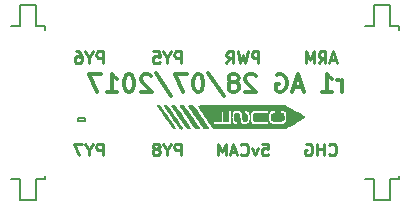
<source format=gbo>
G04 #@! TF.GenerationSoftware,KiCad,Pcbnew,no-vcs-found-d3b382c~59~ubuntu16.04.1*
G04 #@! TF.CreationDate,2017-07-28T01:41:28+01:00*
G04 #@! TF.ProjectId,m3top,6D33746F702E6B696361645F70636200,rev?*
G04 #@! TF.SameCoordinates,Original
G04 #@! TF.FileFunction,Legend,Bot*
G04 #@! TF.FilePolarity,Positive*
%FSLAX46Y46*%
G04 Gerber Fmt 4.6, Leading zero omitted, Abs format (unit mm)*
G04 Created by KiCad (PCBNEW no-vcs-found-d3b382c~59~ubuntu16.04.1) date Fri Jul 28 01:41:28 2017*
%MOMM*%
%LPD*%
G01*
G04 APERTURE LIST*
%ADD10C,0.250000*%
%ADD11C,0.300000*%
%ADD12C,0.100000*%
%ADD13C,0.150000*%
%ADD14R,0.620000X0.620000*%
%ADD15R,1.000000X0.950000*%
%ADD16C,1.200000*%
%ADD17C,1.600000*%
%ADD18R,2.220000X0.740000*%
G04 APERTURE END LIST*
D10*
X91366666Y-104452380D02*
X91366666Y-103452380D01*
X90985714Y-103452380D01*
X90890476Y-103500000D01*
X90842857Y-103547619D01*
X90795238Y-103642857D01*
X90795238Y-103785714D01*
X90842857Y-103880952D01*
X90890476Y-103928571D01*
X90985714Y-103976190D01*
X91366666Y-103976190D01*
X90176190Y-103976190D02*
X90176190Y-104452380D01*
X90509523Y-103452380D02*
X90176190Y-103976190D01*
X89842857Y-103452380D01*
X89604761Y-103452380D02*
X88938095Y-103452380D01*
X89366666Y-104452380D01*
X97966666Y-104452380D02*
X97966666Y-103452380D01*
X97585714Y-103452380D01*
X97490476Y-103500000D01*
X97442857Y-103547619D01*
X97395238Y-103642857D01*
X97395238Y-103785714D01*
X97442857Y-103880952D01*
X97490476Y-103928571D01*
X97585714Y-103976190D01*
X97966666Y-103976190D01*
X96776190Y-103976190D02*
X96776190Y-104452380D01*
X97109523Y-103452380D02*
X96776190Y-103976190D01*
X96442857Y-103452380D01*
X95966666Y-103880952D02*
X96061904Y-103833333D01*
X96109523Y-103785714D01*
X96157142Y-103690476D01*
X96157142Y-103642857D01*
X96109523Y-103547619D01*
X96061904Y-103500000D01*
X95966666Y-103452380D01*
X95776190Y-103452380D01*
X95680952Y-103500000D01*
X95633333Y-103547619D01*
X95585714Y-103642857D01*
X95585714Y-103690476D01*
X95633333Y-103785714D01*
X95680952Y-103833333D01*
X95776190Y-103880952D01*
X95966666Y-103880952D01*
X96061904Y-103928571D01*
X96109523Y-103976190D01*
X96157142Y-104071428D01*
X96157142Y-104261904D01*
X96109523Y-104357142D01*
X96061904Y-104404761D01*
X95966666Y-104452380D01*
X95776190Y-104452380D01*
X95680952Y-104404761D01*
X95633333Y-104357142D01*
X95585714Y-104261904D01*
X95585714Y-104071428D01*
X95633333Y-103976190D01*
X95680952Y-103928571D01*
X95776190Y-103880952D01*
X104842857Y-103452380D02*
X105319047Y-103452380D01*
X105366666Y-103928571D01*
X105319047Y-103880952D01*
X105223809Y-103833333D01*
X104985714Y-103833333D01*
X104890476Y-103880952D01*
X104842857Y-103928571D01*
X104795238Y-104023809D01*
X104795238Y-104261904D01*
X104842857Y-104357142D01*
X104890476Y-104404761D01*
X104985714Y-104452380D01*
X105223809Y-104452380D01*
X105319047Y-104404761D01*
X105366666Y-104357142D01*
X104461904Y-103785714D02*
X104223809Y-104452380D01*
X103985714Y-103785714D01*
X103033333Y-104357142D02*
X103080952Y-104404761D01*
X103223809Y-104452380D01*
X103319047Y-104452380D01*
X103461904Y-104404761D01*
X103557142Y-104309523D01*
X103604761Y-104214285D01*
X103652380Y-104023809D01*
X103652380Y-103880952D01*
X103604761Y-103690476D01*
X103557142Y-103595238D01*
X103461904Y-103500000D01*
X103319047Y-103452380D01*
X103223809Y-103452380D01*
X103080952Y-103500000D01*
X103033333Y-103547619D01*
X102652380Y-104166666D02*
X102176190Y-104166666D01*
X102747619Y-104452380D02*
X102414285Y-103452380D01*
X102080952Y-104452380D01*
X101747619Y-104452380D02*
X101747619Y-103452380D01*
X101414285Y-104166666D01*
X101080952Y-103452380D01*
X101080952Y-104452380D01*
X110514285Y-104357142D02*
X110561904Y-104404761D01*
X110704761Y-104452380D01*
X110800000Y-104452380D01*
X110942857Y-104404761D01*
X111038095Y-104309523D01*
X111085714Y-104214285D01*
X111133333Y-104023809D01*
X111133333Y-103880952D01*
X111085714Y-103690476D01*
X111038095Y-103595238D01*
X110942857Y-103500000D01*
X110800000Y-103452380D01*
X110704761Y-103452380D01*
X110561904Y-103500000D01*
X110514285Y-103547619D01*
X110085714Y-104452380D02*
X110085714Y-103452380D01*
X110085714Y-103928571D02*
X109514285Y-103928571D01*
X109514285Y-104452380D02*
X109514285Y-103452380D01*
X108514285Y-103500000D02*
X108609523Y-103452380D01*
X108752380Y-103452380D01*
X108895238Y-103500000D01*
X108990476Y-103595238D01*
X109038095Y-103690476D01*
X109085714Y-103880952D01*
X109085714Y-104023809D01*
X109038095Y-104214285D01*
X108990476Y-104309523D01*
X108895238Y-104404761D01*
X108752380Y-104452380D01*
X108657142Y-104452380D01*
X108514285Y-104404761D01*
X108466666Y-104357142D01*
X108466666Y-104023809D01*
X108657142Y-104023809D01*
X111109523Y-96366666D02*
X110633333Y-96366666D01*
X111204761Y-96652380D02*
X110871428Y-95652380D01*
X110538095Y-96652380D01*
X109633333Y-96652380D02*
X109966666Y-96176190D01*
X110204761Y-96652380D02*
X110204761Y-95652380D01*
X109823809Y-95652380D01*
X109728571Y-95700000D01*
X109680952Y-95747619D01*
X109633333Y-95842857D01*
X109633333Y-95985714D01*
X109680952Y-96080952D01*
X109728571Y-96128571D01*
X109823809Y-96176190D01*
X110204761Y-96176190D01*
X109204761Y-96652380D02*
X109204761Y-95652380D01*
X108871428Y-96366666D01*
X108538095Y-95652380D01*
X108538095Y-96652380D01*
X104533333Y-96652380D02*
X104533333Y-95652380D01*
X104152380Y-95652380D01*
X104057142Y-95700000D01*
X104009523Y-95747619D01*
X103961904Y-95842857D01*
X103961904Y-95985714D01*
X104009523Y-96080952D01*
X104057142Y-96128571D01*
X104152380Y-96176190D01*
X104533333Y-96176190D01*
X103628571Y-95652380D02*
X103390476Y-96652380D01*
X103200000Y-95938095D01*
X103009523Y-96652380D01*
X102771428Y-95652380D01*
X101819047Y-96652380D02*
X102152380Y-96176190D01*
X102390476Y-96652380D02*
X102390476Y-95652380D01*
X102009523Y-95652380D01*
X101914285Y-95700000D01*
X101866666Y-95747619D01*
X101819047Y-95842857D01*
X101819047Y-95985714D01*
X101866666Y-96080952D01*
X101914285Y-96128571D01*
X102009523Y-96176190D01*
X102390476Y-96176190D01*
X97966666Y-96652380D02*
X97966666Y-95652380D01*
X97585714Y-95652380D01*
X97490476Y-95700000D01*
X97442857Y-95747619D01*
X97395238Y-95842857D01*
X97395238Y-95985714D01*
X97442857Y-96080952D01*
X97490476Y-96128571D01*
X97585714Y-96176190D01*
X97966666Y-96176190D01*
X96776190Y-96176190D02*
X96776190Y-96652380D01*
X97109523Y-95652380D02*
X96776190Y-96176190D01*
X96442857Y-95652380D01*
X95633333Y-95652380D02*
X96109523Y-95652380D01*
X96157142Y-96128571D01*
X96109523Y-96080952D01*
X96014285Y-96033333D01*
X95776190Y-96033333D01*
X95680952Y-96080952D01*
X95633333Y-96128571D01*
X95585714Y-96223809D01*
X95585714Y-96461904D01*
X95633333Y-96557142D01*
X95680952Y-96604761D01*
X95776190Y-96652380D01*
X96014285Y-96652380D01*
X96109523Y-96604761D01*
X96157142Y-96557142D01*
X91366666Y-96652380D02*
X91366666Y-95652380D01*
X90985714Y-95652380D01*
X90890476Y-95700000D01*
X90842857Y-95747619D01*
X90795238Y-95842857D01*
X90795238Y-95985714D01*
X90842857Y-96080952D01*
X90890476Y-96128571D01*
X90985714Y-96176190D01*
X91366666Y-96176190D01*
X90176190Y-96176190D02*
X90176190Y-96652380D01*
X90509523Y-95652380D02*
X90176190Y-96176190D01*
X89842857Y-95652380D01*
X89080952Y-95652380D02*
X89271428Y-95652380D01*
X89366666Y-95700000D01*
X89414285Y-95747619D01*
X89509523Y-95890476D01*
X89557142Y-96080952D01*
X89557142Y-96461904D01*
X89509523Y-96557142D01*
X89461904Y-96604761D01*
X89366666Y-96652380D01*
X89176190Y-96652380D01*
X89080952Y-96604761D01*
X89033333Y-96557142D01*
X88985714Y-96461904D01*
X88985714Y-96223809D01*
X89033333Y-96128571D01*
X89080952Y-96080952D01*
X89176190Y-96033333D01*
X89366666Y-96033333D01*
X89461904Y-96080952D01*
X89509523Y-96128571D01*
X89557142Y-96223809D01*
D11*
X111642857Y-99078571D02*
X111642857Y-98078571D01*
X111642857Y-98364285D02*
X111571428Y-98221428D01*
X111500000Y-98150000D01*
X111357142Y-98078571D01*
X111214285Y-98078571D01*
X109928571Y-99078571D02*
X110785714Y-99078571D01*
X110357142Y-99078571D02*
X110357142Y-97578571D01*
X110500000Y-97792857D01*
X110642857Y-97935714D01*
X110785714Y-98007142D01*
X108214285Y-98650000D02*
X107500000Y-98650000D01*
X108357142Y-99078571D02*
X107857142Y-97578571D01*
X107357142Y-99078571D01*
X106071428Y-97650000D02*
X106214285Y-97578571D01*
X106428571Y-97578571D01*
X106642857Y-97650000D01*
X106785714Y-97792857D01*
X106857142Y-97935714D01*
X106928571Y-98221428D01*
X106928571Y-98435714D01*
X106857142Y-98721428D01*
X106785714Y-98864285D01*
X106642857Y-99007142D01*
X106428571Y-99078571D01*
X106285714Y-99078571D01*
X106071428Y-99007142D01*
X106000000Y-98935714D01*
X106000000Y-98435714D01*
X106285714Y-98435714D01*
X104285714Y-97721428D02*
X104214285Y-97650000D01*
X104071428Y-97578571D01*
X103714285Y-97578571D01*
X103571428Y-97650000D01*
X103500000Y-97721428D01*
X103428571Y-97864285D01*
X103428571Y-98007142D01*
X103500000Y-98221428D01*
X104357142Y-99078571D01*
X103428571Y-99078571D01*
X102571428Y-98221428D02*
X102714285Y-98150000D01*
X102785714Y-98078571D01*
X102857142Y-97935714D01*
X102857142Y-97864285D01*
X102785714Y-97721428D01*
X102714285Y-97650000D01*
X102571428Y-97578571D01*
X102285714Y-97578571D01*
X102142857Y-97650000D01*
X102071428Y-97721428D01*
X102000000Y-97864285D01*
X102000000Y-97935714D01*
X102071428Y-98078571D01*
X102142857Y-98150000D01*
X102285714Y-98221428D01*
X102571428Y-98221428D01*
X102714285Y-98292857D01*
X102785714Y-98364285D01*
X102857142Y-98507142D01*
X102857142Y-98792857D01*
X102785714Y-98935714D01*
X102714285Y-99007142D01*
X102571428Y-99078571D01*
X102285714Y-99078571D01*
X102142857Y-99007142D01*
X102071428Y-98935714D01*
X102000000Y-98792857D01*
X102000000Y-98507142D01*
X102071428Y-98364285D01*
X102142857Y-98292857D01*
X102285714Y-98221428D01*
X100285714Y-97507142D02*
X101571428Y-99435714D01*
X99500000Y-97578571D02*
X99357142Y-97578571D01*
X99214285Y-97650000D01*
X99142857Y-97721428D01*
X99071428Y-97864285D01*
X99000000Y-98150000D01*
X99000000Y-98507142D01*
X99071428Y-98792857D01*
X99142857Y-98935714D01*
X99214285Y-99007142D01*
X99357142Y-99078571D01*
X99500000Y-99078571D01*
X99642857Y-99007142D01*
X99714285Y-98935714D01*
X99785714Y-98792857D01*
X99857142Y-98507142D01*
X99857142Y-98150000D01*
X99785714Y-97864285D01*
X99714285Y-97721428D01*
X99642857Y-97650000D01*
X99500000Y-97578571D01*
X98500000Y-97578571D02*
X97500000Y-97578571D01*
X98142857Y-99078571D01*
X95857142Y-97507142D02*
X97142857Y-99435714D01*
X95428571Y-97721428D02*
X95357142Y-97650000D01*
X95214285Y-97578571D01*
X94857142Y-97578571D01*
X94714285Y-97650000D01*
X94642857Y-97721428D01*
X94571428Y-97864285D01*
X94571428Y-98007142D01*
X94642857Y-98221428D01*
X95500000Y-99078571D01*
X94571428Y-99078571D01*
X93642857Y-97578571D02*
X93500000Y-97578571D01*
X93357142Y-97650000D01*
X93285714Y-97721428D01*
X93214285Y-97864285D01*
X93142857Y-98150000D01*
X93142857Y-98507142D01*
X93214285Y-98792857D01*
X93285714Y-98935714D01*
X93357142Y-99007142D01*
X93500000Y-99078571D01*
X93642857Y-99078571D01*
X93785714Y-99007142D01*
X93857142Y-98935714D01*
X93928571Y-98792857D01*
X94000000Y-98507142D01*
X94000000Y-98150000D01*
X93928571Y-97864285D01*
X93857142Y-97721428D01*
X93785714Y-97650000D01*
X93642857Y-97578571D01*
X91714285Y-99078571D02*
X92571428Y-99078571D01*
X92142857Y-99078571D02*
X92142857Y-97578571D01*
X92285714Y-97792857D01*
X92428571Y-97935714D01*
X92571428Y-98007142D01*
X91214285Y-97578571D02*
X90214285Y-97578571D01*
X90857142Y-99078571D01*
D12*
G36*
X106712126Y-100205046D02*
X103064355Y-100210398D01*
X102603920Y-100211078D01*
X102183955Y-100211723D01*
X101802594Y-100212357D01*
X101457974Y-100213005D01*
X101148230Y-100213689D01*
X100871498Y-100214436D01*
X100625913Y-100215270D01*
X100409612Y-100216214D01*
X100220729Y-100217293D01*
X100057402Y-100218531D01*
X99917765Y-100219953D01*
X99799953Y-100221583D01*
X99702104Y-100223445D01*
X99622352Y-100225564D01*
X99558834Y-100227964D01*
X99509685Y-100230670D01*
X99473040Y-100233705D01*
X99447035Y-100237094D01*
X99429807Y-100240862D01*
X99419491Y-100245032D01*
X99414222Y-100249629D01*
X99412136Y-100254678D01*
X99411620Y-100258083D01*
X99422619Y-100285457D01*
X99457318Y-100345353D01*
X99514561Y-100436026D01*
X99593193Y-100555729D01*
X99609537Y-100580027D01*
X105904167Y-100580027D01*
X105904167Y-100720680D01*
X105904167Y-100861333D01*
X105831461Y-100861333D01*
X105734217Y-100873339D01*
X105662218Y-100907165D01*
X105630106Y-100943933D01*
X105611154Y-101003433D01*
X105598639Y-101089921D01*
X105593206Y-101188453D01*
X105595505Y-101284081D01*
X105606180Y-101361859D01*
X105611237Y-101379847D01*
X105631516Y-101425411D01*
X105661319Y-101460016D01*
X105706146Y-101485128D01*
X105771499Y-101502211D01*
X105862880Y-101512730D01*
X105985790Y-101518149D01*
X106137310Y-101519910D01*
X106300152Y-101518068D01*
X106425172Y-101510808D01*
X106516636Y-101497258D01*
X106578812Y-101476542D01*
X106615966Y-101447786D01*
X106630410Y-101418890D01*
X106651950Y-101326724D01*
X106660393Y-101245144D01*
X106657374Y-101152324D01*
X106653584Y-101109786D01*
X106637497Y-101005810D01*
X106610432Y-100937549D01*
X106567560Y-100898832D01*
X106504050Y-100883490D01*
X106475667Y-100882500D01*
X106391000Y-100882500D01*
X106391000Y-100742019D01*
X106391000Y-100601537D01*
X106524248Y-100612233D01*
X106642159Y-100629419D01*
X106732926Y-100662690D01*
X106799585Y-100716524D01*
X106845171Y-100795395D01*
X106872718Y-100903781D01*
X106885261Y-101046158D01*
X106886855Y-101147083D01*
X106881019Y-101324376D01*
X106863061Y-101465316D01*
X106830910Y-101574670D01*
X106782497Y-101657207D01*
X106715751Y-101717697D01*
X106628601Y-101760908D01*
X106618837Y-101764409D01*
X106529766Y-101785027D01*
X106409513Y-101798139D01*
X106267732Y-101804111D01*
X106114082Y-101803308D01*
X105958220Y-101796096D01*
X105809802Y-101782841D01*
X105678486Y-101763909D01*
X105573929Y-101739663D01*
X105529010Y-101723155D01*
X105472119Y-101677635D01*
X105421679Y-101601517D01*
X105384794Y-101506533D01*
X105376453Y-101471267D01*
X105363052Y-101366129D01*
X105357175Y-101236832D01*
X105358807Y-101100871D01*
X105367932Y-100975741D01*
X105376972Y-100913273D01*
X105394604Y-100834720D01*
X105415469Y-100765164D01*
X105428956Y-100732323D01*
X105484066Y-100671085D01*
X105576693Y-100626019D01*
X105704897Y-100597951D01*
X105756610Y-100592397D01*
X105904167Y-100580027D01*
X99609537Y-100580027D01*
X99610783Y-100581880D01*
X105332667Y-100581880D01*
X105332667Y-100721607D01*
X105332667Y-100861333D01*
X104819375Y-100862255D01*
X104625996Y-100863350D01*
X104470419Y-100866161D01*
X104348132Y-100871128D01*
X104254622Y-100878692D01*
X104185377Y-100889291D01*
X104135886Y-100903368D01*
X104101636Y-100921360D01*
X104087053Y-100933688D01*
X104069257Y-100973297D01*
X104056971Y-101043479D01*
X104050213Y-101132857D01*
X104049004Y-101230053D01*
X104053362Y-101323692D01*
X104063308Y-101402396D01*
X104078859Y-101454790D01*
X104086147Y-101465339D01*
X104113758Y-101486428D01*
X104152899Y-101503157D01*
X104208212Y-101515992D01*
X104284342Y-101525403D01*
X104385931Y-101531857D01*
X104517624Y-101535821D01*
X104684064Y-101537764D01*
X104808792Y-101538162D01*
X105332667Y-101538666D01*
X105332667Y-101677927D01*
X105332667Y-101817187D01*
X104713542Y-101809824D01*
X104527543Y-101807258D01*
X104379067Y-101804279D01*
X104263305Y-101800602D01*
X104175447Y-101795941D01*
X104110683Y-101790011D01*
X104064203Y-101782527D01*
X104031198Y-101773205D01*
X104020333Y-101768735D01*
X103933828Y-101715076D01*
X103875442Y-101641206D01*
X103838577Y-101543971D01*
X103823921Y-101460895D01*
X103814662Y-101349429D01*
X103810927Y-101223186D01*
X103812845Y-101095781D01*
X103820544Y-100980829D01*
X103832492Y-100899417D01*
X103866588Y-100787934D01*
X103917697Y-100708738D01*
X103992221Y-100653131D01*
X104025352Y-100637493D01*
X104056978Y-100626085D01*
X104095463Y-100616941D01*
X104146013Y-100609713D01*
X104213831Y-100604050D01*
X104304121Y-100599604D01*
X104422087Y-100596026D01*
X104572933Y-100592966D01*
X104724125Y-100590609D01*
X105332667Y-100581880D01*
X99610783Y-100581880D01*
X99613666Y-100586166D01*
X101988333Y-100586166D01*
X102104750Y-100586166D01*
X102221167Y-100586166D01*
X102221167Y-100597115D01*
X102712006Y-100597115D01*
X102827817Y-100603656D01*
X102927283Y-100623964D01*
X102999314Y-100656465D01*
X103010812Y-100665481D01*
X103051877Y-100714367D01*
X103083417Y-100782767D01*
X103107544Y-100877508D01*
X103126371Y-101005413D01*
X103131825Y-101056498D01*
X103147088Y-101206977D01*
X103160581Y-101320529D01*
X103174716Y-101402353D01*
X103191909Y-101457646D01*
X103214572Y-101491609D01*
X103245122Y-101509440D01*
X103285971Y-101516337D01*
X103339534Y-101517499D01*
X103345904Y-101517500D01*
X103435298Y-101512103D01*
X103492888Y-101491271D01*
X103528348Y-101448039D01*
X103551349Y-101375444D01*
X103552866Y-101368510D01*
X103574243Y-101220478D01*
X103570514Y-101097583D01*
X103542646Y-101002491D01*
X103491606Y-100937871D01*
X103418360Y-100906387D01*
X103384338Y-100903666D01*
X103362124Y-100899201D01*
X103349639Y-100879656D01*
X103344169Y-100835809D01*
X103343000Y-100763122D01*
X103343000Y-100622577D01*
X103463463Y-100635010D01*
X103574313Y-100657878D01*
X103655970Y-100704022D01*
X103717951Y-100779576D01*
X103734583Y-100809782D01*
X103751674Y-100848697D01*
X103763526Y-100892281D01*
X103771051Y-100948938D01*
X103775161Y-101027072D01*
X103776767Y-101135086D01*
X103776917Y-101200000D01*
X103774556Y-101359770D01*
X103766250Y-101483352D01*
X103750160Y-101576693D01*
X103724451Y-101645739D01*
X103687285Y-101696435D01*
X103636824Y-101734729D01*
X103606769Y-101750727D01*
X103517108Y-101779266D01*
X103403787Y-101794622D01*
X103283520Y-101796345D01*
X103173020Y-101783984D01*
X103104309Y-101764255D01*
X103052161Y-101733540D01*
X103010315Y-101686499D01*
X102977187Y-101618299D01*
X102951191Y-101524106D01*
X102930742Y-101399089D01*
X102914254Y-101238415D01*
X102908788Y-101168250D01*
X102899287Y-101077177D01*
X102885868Y-100997867D01*
X102870884Y-100943090D01*
X102865110Y-100931114D01*
X102816453Y-100890093D01*
X102745136Y-100869739D01*
X102664027Y-100868947D01*
X102585994Y-100886616D01*
X102523906Y-100921643D01*
X102493763Y-100962941D01*
X102485135Y-101008032D01*
X102479581Y-101083261D01*
X102477758Y-101176501D01*
X102478818Y-101238948D01*
X102482762Y-101338850D01*
X102488357Y-101405550D01*
X102497606Y-101448175D01*
X102512513Y-101475856D01*
X102535081Y-101497722D01*
X102535720Y-101498240D01*
X102592847Y-101527043D01*
X102657428Y-101538666D01*
X102729167Y-101538666D01*
X102729167Y-101678689D01*
X102729167Y-101818711D01*
X102607458Y-101803806D01*
X102473187Y-101776386D01*
X102376983Y-101731520D01*
X102318204Y-101668901D01*
X102315453Y-101663802D01*
X102284504Y-101577218D01*
X102262034Y-101459589D01*
X102248835Y-101321502D01*
X102245701Y-101173543D01*
X102253427Y-101026296D01*
X102262129Y-100952631D01*
X102288077Y-100825979D01*
X102327674Y-100734494D01*
X102387083Y-100671677D01*
X102472468Y-100631029D01*
X102589993Y-100606049D01*
X102590941Y-100605914D01*
X102712006Y-100597115D01*
X102221167Y-100597115D01*
X102221167Y-101200000D01*
X102221167Y-101813833D01*
X101469750Y-101813833D01*
X100718333Y-101813833D01*
X100718333Y-101676250D01*
X100718333Y-101538666D01*
X101025250Y-101538666D01*
X101332167Y-101538666D01*
X101332167Y-101125916D01*
X101332167Y-100713166D01*
X101448583Y-100713166D01*
X101565000Y-100713166D01*
X101565000Y-101125916D01*
X101565000Y-101538666D01*
X101776667Y-101538666D01*
X101988333Y-101538666D01*
X101988333Y-101062416D01*
X101988333Y-100586166D01*
X99613666Y-100586166D01*
X99692058Y-100702715D01*
X99810002Y-100875239D01*
X99945868Y-101071553D01*
X100020684Y-101178833D01*
X100142163Y-101352243D01*
X100257794Y-101516585D01*
X100365031Y-101668291D01*
X100461330Y-101803793D01*
X100544145Y-101919525D01*
X100610932Y-102011920D01*
X100659145Y-102077409D01*
X100686240Y-102112426D01*
X100688900Y-102115458D01*
X100743089Y-102173666D01*
X103715915Y-102173666D01*
X106688741Y-102173666D01*
X106799162Y-102118779D01*
X106841945Y-102096427D01*
X106916999Y-102056026D01*
X107019626Y-102000150D01*
X107145129Y-101931376D01*
X107288808Y-101852280D01*
X107445968Y-101765439D01*
X107611909Y-101673428D01*
X107656589Y-101648599D01*
X107845957Y-101543033D01*
X108001247Y-101455703D01*
X108125595Y-101384669D01*
X108222138Y-101327988D01*
X108294014Y-101283721D01*
X108344359Y-101249927D01*
X108376311Y-101224663D01*
X108393006Y-101205990D01*
X108397580Y-101191966D01*
X108397423Y-101190196D01*
X108385613Y-101172236D01*
X108352329Y-101144103D01*
X108295027Y-101104191D01*
X108211162Y-101050892D01*
X108098191Y-100982602D01*
X107953570Y-100897712D01*
X107774755Y-100794617D01*
X107735083Y-100771912D01*
X107574026Y-100680084D01*
X107416515Y-100590758D01*
X107268337Y-100507182D01*
X107135279Y-100432602D01*
X107023128Y-100370265D01*
X106937671Y-100323418D01*
X106895521Y-100300893D01*
X106712126Y-100205046D01*
X106712126Y-100205046D01*
X106712126Y-100205046D01*
G37*
X106712126Y-100205046D02*
X103064355Y-100210398D01*
X102603920Y-100211078D01*
X102183955Y-100211723D01*
X101802594Y-100212357D01*
X101457974Y-100213005D01*
X101148230Y-100213689D01*
X100871498Y-100214436D01*
X100625913Y-100215270D01*
X100409612Y-100216214D01*
X100220729Y-100217293D01*
X100057402Y-100218531D01*
X99917765Y-100219953D01*
X99799953Y-100221583D01*
X99702104Y-100223445D01*
X99622352Y-100225564D01*
X99558834Y-100227964D01*
X99509685Y-100230670D01*
X99473040Y-100233705D01*
X99447035Y-100237094D01*
X99429807Y-100240862D01*
X99419491Y-100245032D01*
X99414222Y-100249629D01*
X99412136Y-100254678D01*
X99411620Y-100258083D01*
X99422619Y-100285457D01*
X99457318Y-100345353D01*
X99514561Y-100436026D01*
X99593193Y-100555729D01*
X99609537Y-100580027D01*
X105904167Y-100580027D01*
X105904167Y-100720680D01*
X105904167Y-100861333D01*
X105831461Y-100861333D01*
X105734217Y-100873339D01*
X105662218Y-100907165D01*
X105630106Y-100943933D01*
X105611154Y-101003433D01*
X105598639Y-101089921D01*
X105593206Y-101188453D01*
X105595505Y-101284081D01*
X105606180Y-101361859D01*
X105611237Y-101379847D01*
X105631516Y-101425411D01*
X105661319Y-101460016D01*
X105706146Y-101485128D01*
X105771499Y-101502211D01*
X105862880Y-101512730D01*
X105985790Y-101518149D01*
X106137310Y-101519910D01*
X106300152Y-101518068D01*
X106425172Y-101510808D01*
X106516636Y-101497258D01*
X106578812Y-101476542D01*
X106615966Y-101447786D01*
X106630410Y-101418890D01*
X106651950Y-101326724D01*
X106660393Y-101245144D01*
X106657374Y-101152324D01*
X106653584Y-101109786D01*
X106637497Y-101005810D01*
X106610432Y-100937549D01*
X106567560Y-100898832D01*
X106504050Y-100883490D01*
X106475667Y-100882500D01*
X106391000Y-100882500D01*
X106391000Y-100742019D01*
X106391000Y-100601537D01*
X106524248Y-100612233D01*
X106642159Y-100629419D01*
X106732926Y-100662690D01*
X106799585Y-100716524D01*
X106845171Y-100795395D01*
X106872718Y-100903781D01*
X106885261Y-101046158D01*
X106886855Y-101147083D01*
X106881019Y-101324376D01*
X106863061Y-101465316D01*
X106830910Y-101574670D01*
X106782497Y-101657207D01*
X106715751Y-101717697D01*
X106628601Y-101760908D01*
X106618837Y-101764409D01*
X106529766Y-101785027D01*
X106409513Y-101798139D01*
X106267732Y-101804111D01*
X106114082Y-101803308D01*
X105958220Y-101796096D01*
X105809802Y-101782841D01*
X105678486Y-101763909D01*
X105573929Y-101739663D01*
X105529010Y-101723155D01*
X105472119Y-101677635D01*
X105421679Y-101601517D01*
X105384794Y-101506533D01*
X105376453Y-101471267D01*
X105363052Y-101366129D01*
X105357175Y-101236832D01*
X105358807Y-101100871D01*
X105367932Y-100975741D01*
X105376972Y-100913273D01*
X105394604Y-100834720D01*
X105415469Y-100765164D01*
X105428956Y-100732323D01*
X105484066Y-100671085D01*
X105576693Y-100626019D01*
X105704897Y-100597951D01*
X105756610Y-100592397D01*
X105904167Y-100580027D01*
X99609537Y-100580027D01*
X99610783Y-100581880D01*
X105332667Y-100581880D01*
X105332667Y-100721607D01*
X105332667Y-100861333D01*
X104819375Y-100862255D01*
X104625996Y-100863350D01*
X104470419Y-100866161D01*
X104348132Y-100871128D01*
X104254622Y-100878692D01*
X104185377Y-100889291D01*
X104135886Y-100903368D01*
X104101636Y-100921360D01*
X104087053Y-100933688D01*
X104069257Y-100973297D01*
X104056971Y-101043479D01*
X104050213Y-101132857D01*
X104049004Y-101230053D01*
X104053362Y-101323692D01*
X104063308Y-101402396D01*
X104078859Y-101454790D01*
X104086147Y-101465339D01*
X104113758Y-101486428D01*
X104152899Y-101503157D01*
X104208212Y-101515992D01*
X104284342Y-101525403D01*
X104385931Y-101531857D01*
X104517624Y-101535821D01*
X104684064Y-101537764D01*
X104808792Y-101538162D01*
X105332667Y-101538666D01*
X105332667Y-101677927D01*
X105332667Y-101817187D01*
X104713542Y-101809824D01*
X104527543Y-101807258D01*
X104379067Y-101804279D01*
X104263305Y-101800602D01*
X104175447Y-101795941D01*
X104110683Y-101790011D01*
X104064203Y-101782527D01*
X104031198Y-101773205D01*
X104020333Y-101768735D01*
X103933828Y-101715076D01*
X103875442Y-101641206D01*
X103838577Y-101543971D01*
X103823921Y-101460895D01*
X103814662Y-101349429D01*
X103810927Y-101223186D01*
X103812845Y-101095781D01*
X103820544Y-100980829D01*
X103832492Y-100899417D01*
X103866588Y-100787934D01*
X103917697Y-100708738D01*
X103992221Y-100653131D01*
X104025352Y-100637493D01*
X104056978Y-100626085D01*
X104095463Y-100616941D01*
X104146013Y-100609713D01*
X104213831Y-100604050D01*
X104304121Y-100599604D01*
X104422087Y-100596026D01*
X104572933Y-100592966D01*
X104724125Y-100590609D01*
X105332667Y-100581880D01*
X99610783Y-100581880D01*
X99613666Y-100586166D01*
X101988333Y-100586166D01*
X102104750Y-100586166D01*
X102221167Y-100586166D01*
X102221167Y-100597115D01*
X102712006Y-100597115D01*
X102827817Y-100603656D01*
X102927283Y-100623964D01*
X102999314Y-100656465D01*
X103010812Y-100665481D01*
X103051877Y-100714367D01*
X103083417Y-100782767D01*
X103107544Y-100877508D01*
X103126371Y-101005413D01*
X103131825Y-101056498D01*
X103147088Y-101206977D01*
X103160581Y-101320529D01*
X103174716Y-101402353D01*
X103191909Y-101457646D01*
X103214572Y-101491609D01*
X103245122Y-101509440D01*
X103285971Y-101516337D01*
X103339534Y-101517499D01*
X103345904Y-101517500D01*
X103435298Y-101512103D01*
X103492888Y-101491271D01*
X103528348Y-101448039D01*
X103551349Y-101375444D01*
X103552866Y-101368510D01*
X103574243Y-101220478D01*
X103570514Y-101097583D01*
X103542646Y-101002491D01*
X103491606Y-100937871D01*
X103418360Y-100906387D01*
X103384338Y-100903666D01*
X103362124Y-100899201D01*
X103349639Y-100879656D01*
X103344169Y-100835809D01*
X103343000Y-100763122D01*
X103343000Y-100622577D01*
X103463463Y-100635010D01*
X103574313Y-100657878D01*
X103655970Y-100704022D01*
X103717951Y-100779576D01*
X103734583Y-100809782D01*
X103751674Y-100848697D01*
X103763526Y-100892281D01*
X103771051Y-100948938D01*
X103775161Y-101027072D01*
X103776767Y-101135086D01*
X103776917Y-101200000D01*
X103774556Y-101359770D01*
X103766250Y-101483352D01*
X103750160Y-101576693D01*
X103724451Y-101645739D01*
X103687285Y-101696435D01*
X103636824Y-101734729D01*
X103606769Y-101750727D01*
X103517108Y-101779266D01*
X103403787Y-101794622D01*
X103283520Y-101796345D01*
X103173020Y-101783984D01*
X103104309Y-101764255D01*
X103052161Y-101733540D01*
X103010315Y-101686499D01*
X102977187Y-101618299D01*
X102951191Y-101524106D01*
X102930742Y-101399089D01*
X102914254Y-101238415D01*
X102908788Y-101168250D01*
X102899287Y-101077177D01*
X102885868Y-100997867D01*
X102870884Y-100943090D01*
X102865110Y-100931114D01*
X102816453Y-100890093D01*
X102745136Y-100869739D01*
X102664027Y-100868947D01*
X102585994Y-100886616D01*
X102523906Y-100921643D01*
X102493763Y-100962941D01*
X102485135Y-101008032D01*
X102479581Y-101083261D01*
X102477758Y-101176501D01*
X102478818Y-101238948D01*
X102482762Y-101338850D01*
X102488357Y-101405550D01*
X102497606Y-101448175D01*
X102512513Y-101475856D01*
X102535081Y-101497722D01*
X102535720Y-101498240D01*
X102592847Y-101527043D01*
X102657428Y-101538666D01*
X102729167Y-101538666D01*
X102729167Y-101678689D01*
X102729167Y-101818711D01*
X102607458Y-101803806D01*
X102473187Y-101776386D01*
X102376983Y-101731520D01*
X102318204Y-101668901D01*
X102315453Y-101663802D01*
X102284504Y-101577218D01*
X102262034Y-101459589D01*
X102248835Y-101321502D01*
X102245701Y-101173543D01*
X102253427Y-101026296D01*
X102262129Y-100952631D01*
X102288077Y-100825979D01*
X102327674Y-100734494D01*
X102387083Y-100671677D01*
X102472468Y-100631029D01*
X102589993Y-100606049D01*
X102590941Y-100605914D01*
X102712006Y-100597115D01*
X102221167Y-100597115D01*
X102221167Y-101200000D01*
X102221167Y-101813833D01*
X101469750Y-101813833D01*
X100718333Y-101813833D01*
X100718333Y-101676250D01*
X100718333Y-101538666D01*
X101025250Y-101538666D01*
X101332167Y-101538666D01*
X101332167Y-101125916D01*
X101332167Y-100713166D01*
X101448583Y-100713166D01*
X101565000Y-100713166D01*
X101565000Y-101125916D01*
X101565000Y-101538666D01*
X101776667Y-101538666D01*
X101988333Y-101538666D01*
X101988333Y-101062416D01*
X101988333Y-100586166D01*
X99613666Y-100586166D01*
X99692058Y-100702715D01*
X99810002Y-100875239D01*
X99945868Y-101071553D01*
X100020684Y-101178833D01*
X100142163Y-101352243D01*
X100257794Y-101516585D01*
X100365031Y-101668291D01*
X100461330Y-101803793D01*
X100544145Y-101919525D01*
X100610932Y-102011920D01*
X100659145Y-102077409D01*
X100686240Y-102112426D01*
X100688900Y-102115458D01*
X100743089Y-102173666D01*
X103715915Y-102173666D01*
X106688741Y-102173666D01*
X106799162Y-102118779D01*
X106841945Y-102096427D01*
X106916999Y-102056026D01*
X107019626Y-102000150D01*
X107145129Y-101931376D01*
X107288808Y-101852280D01*
X107445968Y-101765439D01*
X107611909Y-101673428D01*
X107656589Y-101648599D01*
X107845957Y-101543033D01*
X108001247Y-101455703D01*
X108125595Y-101384669D01*
X108222138Y-101327988D01*
X108294014Y-101283721D01*
X108344359Y-101249927D01*
X108376311Y-101224663D01*
X108393006Y-101205990D01*
X108397580Y-101191966D01*
X108397423Y-101190196D01*
X108385613Y-101172236D01*
X108352329Y-101144103D01*
X108295027Y-101104191D01*
X108211162Y-101050892D01*
X108098191Y-100982602D01*
X107953570Y-100897712D01*
X107774755Y-100794617D01*
X107735083Y-100771912D01*
X107574026Y-100680084D01*
X107416515Y-100590758D01*
X107268337Y-100507182D01*
X107135279Y-100432602D01*
X107023128Y-100370265D01*
X106937671Y-100323418D01*
X106895521Y-100300893D01*
X106712126Y-100205046D01*
X106712126Y-100205046D01*
G36*
X98836996Y-100207545D02*
X98768555Y-100209584D01*
X98678083Y-100215569D01*
X98615302Y-100225530D01*
X98587202Y-100238315D01*
X98586609Y-100239576D01*
X98594220Y-100266946D01*
X98621377Y-100318923D01*
X98662827Y-100385805D01*
X98678345Y-100408909D01*
X98820794Y-100616356D01*
X98963283Y-100822688D01*
X99103514Y-101024657D01*
X99239189Y-101219017D01*
X99368012Y-101402519D01*
X99487684Y-101571917D01*
X99595909Y-101723963D01*
X99690388Y-101855410D01*
X99768825Y-101963010D01*
X99828922Y-102043516D01*
X99868381Y-102093680D01*
X99878204Y-102104875D01*
X99913506Y-102139572D01*
X99946066Y-102160073D01*
X99988364Y-102170102D01*
X100052876Y-102173385D01*
X100108652Y-102173666D01*
X100191460Y-102172930D01*
X100240615Y-102169045D01*
X100264795Y-102159501D01*
X100272675Y-102141787D01*
X100273188Y-102126041D01*
X100261357Y-102101830D01*
X100227892Y-102046984D01*
X100175529Y-101965490D01*
X100107000Y-101861329D01*
X100025041Y-101738486D01*
X99932386Y-101600945D01*
X99831769Y-101452688D01*
X99725925Y-101297699D01*
X99617587Y-101139963D01*
X99509491Y-100983462D01*
X99404370Y-100832180D01*
X99304958Y-100690101D01*
X99213992Y-100561209D01*
X99134203Y-100449486D01*
X99068328Y-100358917D01*
X99019100Y-100293485D01*
X98994051Y-100262500D01*
X98966391Y-100233451D01*
X98938457Y-100216359D01*
X98899057Y-100208600D01*
X98836996Y-100207545D01*
X98836996Y-100207545D01*
X98836996Y-100207545D01*
G37*
X98836996Y-100207545D02*
X98768555Y-100209584D01*
X98678083Y-100215569D01*
X98615302Y-100225530D01*
X98587202Y-100238315D01*
X98586609Y-100239576D01*
X98594220Y-100266946D01*
X98621377Y-100318923D01*
X98662827Y-100385805D01*
X98678345Y-100408909D01*
X98820794Y-100616356D01*
X98963283Y-100822688D01*
X99103514Y-101024657D01*
X99239189Y-101219017D01*
X99368012Y-101402519D01*
X99487684Y-101571917D01*
X99595909Y-101723963D01*
X99690388Y-101855410D01*
X99768825Y-101963010D01*
X99828922Y-102043516D01*
X99868381Y-102093680D01*
X99878204Y-102104875D01*
X99913506Y-102139572D01*
X99946066Y-102160073D01*
X99988364Y-102170102D01*
X100052876Y-102173385D01*
X100108652Y-102173666D01*
X100191460Y-102172930D01*
X100240615Y-102169045D01*
X100264795Y-102159501D01*
X100272675Y-102141787D01*
X100273188Y-102126041D01*
X100261357Y-102101830D01*
X100227892Y-102046984D01*
X100175529Y-101965490D01*
X100107000Y-101861329D01*
X100025041Y-101738486D01*
X99932386Y-101600945D01*
X99831769Y-101452688D01*
X99725925Y-101297699D01*
X99617587Y-101139963D01*
X99509491Y-100983462D01*
X99404370Y-100832180D01*
X99304958Y-100690101D01*
X99213992Y-100561209D01*
X99134203Y-100449486D01*
X99068328Y-100358917D01*
X99019100Y-100293485D01*
X98994051Y-100262500D01*
X98966391Y-100233451D01*
X98938457Y-100216359D01*
X98899057Y-100208600D01*
X98836996Y-100207545D01*
X98836996Y-100207545D01*
G36*
X98086595Y-100207801D02*
X98010003Y-100209588D01*
X98009728Y-100209600D01*
X97929611Y-100215907D01*
X97884285Y-100227238D01*
X97866317Y-100245589D01*
X97865661Y-100248281D01*
X97876243Y-100271465D01*
X97908946Y-100325895D01*
X97961524Y-100408198D01*
X98031731Y-100515000D01*
X98117322Y-100642930D01*
X98216053Y-100788613D01*
X98325678Y-100948677D01*
X98443952Y-101119750D01*
X98485592Y-101179614D01*
X98607969Y-101354744D01*
X98724477Y-101520435D01*
X98832622Y-101673210D01*
X98929907Y-101809592D01*
X99013839Y-101926105D01*
X99081922Y-102019272D01*
X99131661Y-102085617D01*
X99160562Y-102121662D01*
X99164789Y-102126041D01*
X99206737Y-102154890D01*
X99259422Y-102169427D01*
X99337930Y-102173653D01*
X99344345Y-102173666D01*
X99428933Y-102168312D01*
X99475645Y-102150441D01*
X99487784Y-102117346D01*
X99470710Y-102070094D01*
X99450967Y-102038586D01*
X99409809Y-101976971D01*
X99350146Y-101889398D01*
X99274887Y-101780015D01*
X99186942Y-101652972D01*
X99089220Y-101512416D01*
X98984630Y-101362496D01*
X98876082Y-101207362D01*
X98766486Y-101051161D01*
X98658750Y-100898042D01*
X98555785Y-100752155D01*
X98460499Y-100617647D01*
X98375802Y-100498666D01*
X98304604Y-100399363D01*
X98249813Y-100323885D01*
X98214339Y-100276381D01*
X98203063Y-100262517D01*
X98169174Y-100230447D01*
X98135002Y-100213481D01*
X98086595Y-100207801D01*
X98086595Y-100207801D01*
X98086595Y-100207801D01*
G37*
X98086595Y-100207801D02*
X98010003Y-100209588D01*
X98009728Y-100209600D01*
X97929611Y-100215907D01*
X97884285Y-100227238D01*
X97866317Y-100245589D01*
X97865661Y-100248281D01*
X97876243Y-100271465D01*
X97908946Y-100325895D01*
X97961524Y-100408198D01*
X98031731Y-100515000D01*
X98117322Y-100642930D01*
X98216053Y-100788613D01*
X98325678Y-100948677D01*
X98443952Y-101119750D01*
X98485592Y-101179614D01*
X98607969Y-101354744D01*
X98724477Y-101520435D01*
X98832622Y-101673210D01*
X98929907Y-101809592D01*
X99013839Y-101926105D01*
X99081922Y-102019272D01*
X99131661Y-102085617D01*
X99160562Y-102121662D01*
X99164789Y-102126041D01*
X99206737Y-102154890D01*
X99259422Y-102169427D01*
X99337930Y-102173653D01*
X99344345Y-102173666D01*
X99428933Y-102168312D01*
X99475645Y-102150441D01*
X99487784Y-102117346D01*
X99470710Y-102070094D01*
X99450967Y-102038586D01*
X99409809Y-101976971D01*
X99350146Y-101889398D01*
X99274887Y-101780015D01*
X99186942Y-101652972D01*
X99089220Y-101512416D01*
X98984630Y-101362496D01*
X98876082Y-101207362D01*
X98766486Y-101051161D01*
X98658750Y-100898042D01*
X98555785Y-100752155D01*
X98460499Y-100617647D01*
X98375802Y-100498666D01*
X98304604Y-100399363D01*
X98249813Y-100323885D01*
X98214339Y-100276381D01*
X98203063Y-100262517D01*
X98169174Y-100230447D01*
X98135002Y-100213481D01*
X98086595Y-100207801D01*
X98086595Y-100207801D01*
G36*
X97274040Y-100205166D02*
X97207950Y-100207396D01*
X97174177Y-100216383D01*
X97162839Y-100235577D01*
X97162333Y-100244144D01*
X97174141Y-100268606D01*
X97208046Y-100324274D01*
X97261772Y-100407742D01*
X97333042Y-100515605D01*
X97419579Y-100644457D01*
X97519109Y-100790891D01*
X97629353Y-100951501D01*
X97748035Y-101122882D01*
X97788349Y-101180769D01*
X97910568Y-101355708D01*
X98026642Y-101521253D01*
X98134103Y-101673926D01*
X98230486Y-101810252D01*
X98313324Y-101926754D01*
X98380150Y-102019954D01*
X98428497Y-102086377D01*
X98455898Y-102122544D01*
X98459654Y-102126962D01*
X98493460Y-102155611D01*
X98534608Y-102168768D01*
X98598226Y-102170376D01*
X98622096Y-102169295D01*
X98689557Y-102163838D01*
X98724587Y-102153820D01*
X98737089Y-102134935D01*
X98737941Y-102118919D01*
X98725834Y-102093421D01*
X98691880Y-102037446D01*
X98638839Y-101954968D01*
X98569468Y-101849960D01*
X98486528Y-101726394D01*
X98392775Y-101588244D01*
X98290970Y-101439481D01*
X98183870Y-101284080D01*
X98074235Y-101126011D01*
X97964822Y-100969249D01*
X97858391Y-100817767D01*
X97757700Y-100675536D01*
X97665508Y-100546529D01*
X97584574Y-100434720D01*
X97517656Y-100344081D01*
X97467513Y-100278585D01*
X97436903Y-100242205D01*
X97431119Y-100236946D01*
X97379605Y-100216884D01*
X97304088Y-100206086D01*
X97274040Y-100205166D01*
X97274040Y-100205166D01*
X97274040Y-100205166D01*
G37*
X97274040Y-100205166D02*
X97207950Y-100207396D01*
X97174177Y-100216383D01*
X97162839Y-100235577D01*
X97162333Y-100244144D01*
X97174141Y-100268606D01*
X97208046Y-100324274D01*
X97261772Y-100407742D01*
X97333042Y-100515605D01*
X97419579Y-100644457D01*
X97519109Y-100790891D01*
X97629353Y-100951501D01*
X97748035Y-101122882D01*
X97788349Y-101180769D01*
X97910568Y-101355708D01*
X98026642Y-101521253D01*
X98134103Y-101673926D01*
X98230486Y-101810252D01*
X98313324Y-101926754D01*
X98380150Y-102019954D01*
X98428497Y-102086377D01*
X98455898Y-102122544D01*
X98459654Y-102126962D01*
X98493460Y-102155611D01*
X98534608Y-102168768D01*
X98598226Y-102170376D01*
X98622096Y-102169295D01*
X98689557Y-102163838D01*
X98724587Y-102153820D01*
X98737089Y-102134935D01*
X98737941Y-102118919D01*
X98725834Y-102093421D01*
X98691880Y-102037446D01*
X98638839Y-101954968D01*
X98569468Y-101849960D01*
X98486528Y-101726394D01*
X98392775Y-101588244D01*
X98290970Y-101439481D01*
X98183870Y-101284080D01*
X98074235Y-101126011D01*
X97964822Y-100969249D01*
X97858391Y-100817767D01*
X97757700Y-100675536D01*
X97665508Y-100546529D01*
X97584574Y-100434720D01*
X97517656Y-100344081D01*
X97467513Y-100278585D01*
X97436903Y-100242205D01*
X97431119Y-100236946D01*
X97379605Y-100216884D01*
X97304088Y-100206086D01*
X97274040Y-100205166D01*
X97274040Y-100205166D01*
G36*
X96605199Y-100203252D02*
X96563274Y-100216566D01*
X96548500Y-100242747D01*
X96560305Y-100266928D01*
X96594205Y-100322329D01*
X96647925Y-100405553D01*
X96719191Y-100513203D01*
X96805730Y-100641882D01*
X96905268Y-100788194D01*
X97015531Y-100948741D01*
X97134244Y-101120127D01*
X97175506Y-101179372D01*
X97297764Y-101354397D01*
X97413814Y-101519999D01*
X97521198Y-101672711D01*
X97617461Y-101809064D01*
X97700147Y-101925590D01*
X97766798Y-102018820D01*
X97814959Y-102085286D01*
X97842174Y-102121520D01*
X97845945Y-102126041D01*
X97889272Y-102155331D01*
X97946550Y-102172459D01*
X98004794Y-102176654D01*
X98051022Y-102167148D01*
X98072249Y-102143166D01*
X98072500Y-102139492D01*
X98060743Y-102116685D01*
X98027286Y-102063234D01*
X97974853Y-101983073D01*
X97906165Y-101880136D01*
X97823946Y-101758359D01*
X97730918Y-101621674D01*
X97629804Y-101474018D01*
X97523326Y-101319323D01*
X97414208Y-101161524D01*
X97305172Y-101004556D01*
X97198940Y-100852353D01*
X97098235Y-100708849D01*
X97005781Y-100577979D01*
X96924299Y-100463676D01*
X96856512Y-100369876D01*
X96805144Y-100300512D01*
X96772915Y-100259520D01*
X96766849Y-100252791D01*
X96719770Y-100221953D01*
X96661626Y-100205244D01*
X96605199Y-100203252D01*
X96605199Y-100203252D01*
X96605199Y-100203252D01*
G37*
X96605199Y-100203252D02*
X96563274Y-100216566D01*
X96548500Y-100242747D01*
X96560305Y-100266928D01*
X96594205Y-100322329D01*
X96647925Y-100405553D01*
X96719191Y-100513203D01*
X96805730Y-100641882D01*
X96905268Y-100788194D01*
X97015531Y-100948741D01*
X97134244Y-101120127D01*
X97175506Y-101179372D01*
X97297764Y-101354397D01*
X97413814Y-101519999D01*
X97521198Y-101672711D01*
X97617461Y-101809064D01*
X97700147Y-101925590D01*
X97766798Y-102018820D01*
X97814959Y-102085286D01*
X97842174Y-102121520D01*
X97845945Y-102126041D01*
X97889272Y-102155331D01*
X97946550Y-102172459D01*
X98004794Y-102176654D01*
X98051022Y-102167148D01*
X98072249Y-102143166D01*
X98072500Y-102139492D01*
X98060743Y-102116685D01*
X98027286Y-102063234D01*
X97974853Y-101983073D01*
X97906165Y-101880136D01*
X97823946Y-101758359D01*
X97730918Y-101621674D01*
X97629804Y-101474018D01*
X97523326Y-101319323D01*
X97414208Y-101161524D01*
X97305172Y-101004556D01*
X97198940Y-100852353D01*
X97098235Y-100708849D01*
X97005781Y-100577979D01*
X96924299Y-100463676D01*
X96856512Y-100369876D01*
X96805144Y-100300512D01*
X96772915Y-100259520D01*
X96766849Y-100252791D01*
X96719770Y-100221953D01*
X96661626Y-100205244D01*
X96605199Y-100203252D01*
X96605199Y-100203252D01*
G36*
X96061125Y-100204264D02*
X96012254Y-100206634D01*
X95981511Y-100227477D01*
X95977000Y-100245158D01*
X95988793Y-100269879D01*
X96022645Y-100325792D01*
X96076267Y-100409457D01*
X96147367Y-100517437D01*
X96233657Y-100646293D01*
X96332845Y-100792586D01*
X96442643Y-100952879D01*
X96560760Y-101123733D01*
X96593760Y-101171200D01*
X96715328Y-101345473D01*
X96831056Y-101510662D01*
X96938420Y-101663210D01*
X97034892Y-101799560D01*
X97117946Y-101916156D01*
X97185057Y-102009441D01*
X97233698Y-102075858D01*
X97261343Y-102111851D01*
X97264470Y-102115458D01*
X97326125Y-102161704D01*
X97391011Y-102173666D01*
X97439424Y-102170200D01*
X97456469Y-102154380D01*
X97454435Y-102125712D01*
X97441190Y-102101117D01*
X97406332Y-102045893D01*
X97352613Y-101964029D01*
X97282789Y-101859512D01*
X97199612Y-101736331D01*
X97105837Y-101598474D01*
X97004217Y-101449930D01*
X96897505Y-101294686D01*
X96788457Y-101136730D01*
X96679825Y-100980052D01*
X96574363Y-100828639D01*
X96474825Y-100686479D01*
X96383965Y-100557560D01*
X96304536Y-100445872D01*
X96239293Y-100355402D01*
X96190988Y-100290138D01*
X96162377Y-100254068D01*
X96161230Y-100252791D01*
X96115118Y-100219830D01*
X96061125Y-100204264D01*
X96061125Y-100204264D01*
X96061125Y-100204264D01*
G37*
X96061125Y-100204264D02*
X96012254Y-100206634D01*
X95981511Y-100227477D01*
X95977000Y-100245158D01*
X95988793Y-100269879D01*
X96022645Y-100325792D01*
X96076267Y-100409457D01*
X96147367Y-100517437D01*
X96233657Y-100646293D01*
X96332845Y-100792586D01*
X96442643Y-100952879D01*
X96560760Y-101123733D01*
X96593760Y-101171200D01*
X96715328Y-101345473D01*
X96831056Y-101510662D01*
X96938420Y-101663210D01*
X97034892Y-101799560D01*
X97117946Y-101916156D01*
X97185057Y-102009441D01*
X97233698Y-102075858D01*
X97261343Y-102111851D01*
X97264470Y-102115458D01*
X97326125Y-102161704D01*
X97391011Y-102173666D01*
X97439424Y-102170200D01*
X97456469Y-102154380D01*
X97454435Y-102125712D01*
X97441190Y-102101117D01*
X97406332Y-102045893D01*
X97352613Y-101964029D01*
X97282789Y-101859512D01*
X97199612Y-101736331D01*
X97105837Y-101598474D01*
X97004217Y-101449930D01*
X96897505Y-101294686D01*
X96788457Y-101136730D01*
X96679825Y-100980052D01*
X96574363Y-100828639D01*
X96474825Y-100686479D01*
X96383965Y-100557560D01*
X96304536Y-100445872D01*
X96239293Y-100355402D01*
X96190988Y-100290138D01*
X96162377Y-100254068D01*
X96161230Y-100252791D01*
X96115118Y-100219830D01*
X96061125Y-100204264D01*
X96061125Y-100204264D01*
D13*
X89225000Y-101275000D02*
X89225000Y-101525000D01*
X89225000Y-101525000D02*
X89875000Y-101525000D01*
X89875000Y-101525000D02*
X89875000Y-101275000D01*
X89875000Y-101275000D02*
X89225000Y-101275000D01*
X114315000Y-93535000D02*
X113550000Y-93535000D01*
X114315000Y-91755000D02*
X114315000Y-93535000D01*
X115685000Y-91755000D02*
X114315000Y-91755000D01*
X115685000Y-93535000D02*
X115685000Y-91755000D01*
X116450000Y-93535000D02*
X115685000Y-93535000D01*
X116450000Y-93835000D02*
X116450000Y-93535000D01*
X116450000Y-106465000D02*
X116450000Y-106165000D01*
X115685000Y-106465000D02*
X116450000Y-106465000D01*
X115685000Y-108245000D02*
X115685000Y-106465000D01*
X114315000Y-108245000D02*
X115685000Y-108245000D01*
X114315000Y-106465000D02*
X114315000Y-108245000D01*
X113550000Y-106465000D02*
X114315000Y-106465000D01*
X83550000Y-106465000D02*
X84315000Y-106465000D01*
X84315000Y-106465000D02*
X84315000Y-108245000D01*
X84315000Y-108245000D02*
X85685000Y-108245000D01*
X85685000Y-108245000D02*
X85685000Y-106465000D01*
X85685000Y-106465000D02*
X86450000Y-106465000D01*
X86450000Y-106465000D02*
X86450000Y-106165000D01*
X86450000Y-93835000D02*
X86450000Y-93535000D01*
X86450000Y-93535000D02*
X85685000Y-93535000D01*
X85685000Y-93535000D02*
X85685000Y-91755000D01*
X85685000Y-91755000D02*
X84315000Y-91755000D01*
X84315000Y-91755000D02*
X84315000Y-93535000D01*
X84315000Y-93535000D02*
X83550000Y-93535000D01*
%LPC*%
D14*
X107250000Y-94050000D03*
X107250000Y-94950000D03*
D15*
X89550000Y-100600000D03*
X89550000Y-102200000D03*
D14*
X110200000Y-93000000D03*
X109300000Y-93000000D03*
X102800000Y-93250000D03*
X103700000Y-93250000D03*
X109300000Y-106750000D03*
X110200000Y-106750000D03*
D16*
X107250000Y-107200000D03*
D17*
X108750000Y-105500000D03*
X110750000Y-105500000D03*
X102250000Y-94500000D03*
X104250000Y-94500000D03*
D16*
X105750000Y-92800000D03*
X112250000Y-92800000D03*
D17*
X110750000Y-94500000D03*
X108750000Y-94500000D03*
D14*
X102800000Y-106750000D03*
X103700000Y-106750000D03*
X97200000Y-106750000D03*
X96300000Y-106750000D03*
X89800000Y-106750000D03*
X90700000Y-106750000D03*
X89800000Y-93250000D03*
X90700000Y-93250000D03*
X97200000Y-93250000D03*
X96300000Y-93250000D03*
D16*
X100750000Y-107200000D03*
D17*
X102250000Y-105500000D03*
X104250000Y-105500000D03*
X97750000Y-105500000D03*
X95750000Y-105500000D03*
D16*
X94250000Y-107200000D03*
X87750000Y-107200000D03*
D17*
X89250000Y-105500000D03*
X91250000Y-105500000D03*
X89250000Y-94500000D03*
X91250000Y-94500000D03*
D16*
X92750000Y-92800000D03*
X99250000Y-92800000D03*
D17*
X97750000Y-94500000D03*
X95750000Y-94500000D03*
D16*
X115000000Y-92695000D03*
X115000000Y-107305000D03*
D18*
X116365000Y-105715000D03*
X113635000Y-105715000D03*
X116365000Y-104445000D03*
X113635000Y-104445000D03*
X116365000Y-103175000D03*
X113635000Y-103175000D03*
X116365000Y-101905000D03*
X113635000Y-101905000D03*
X116365000Y-100635000D03*
X113635000Y-100635000D03*
X116365000Y-99365000D03*
X113635000Y-99365000D03*
X116365000Y-98095000D03*
X113635000Y-98095000D03*
X116365000Y-96825000D03*
X113635000Y-96825000D03*
X116365000Y-95555000D03*
X113635000Y-95555000D03*
X116365000Y-94285000D03*
X113635000Y-94285000D03*
X83635000Y-94285000D03*
X86365000Y-94285000D03*
X83635000Y-95555000D03*
X86365000Y-95555000D03*
X83635000Y-96825000D03*
X86365000Y-96825000D03*
X83635000Y-98095000D03*
X86365000Y-98095000D03*
X83635000Y-99365000D03*
X86365000Y-99365000D03*
X83635000Y-100635000D03*
X86365000Y-100635000D03*
X83635000Y-101905000D03*
X86365000Y-101905000D03*
X83635000Y-103175000D03*
X86365000Y-103175000D03*
X83635000Y-104445000D03*
X86365000Y-104445000D03*
X83635000Y-105715000D03*
X86365000Y-105715000D03*
D16*
X85000000Y-107305000D03*
X85000000Y-92695000D03*
M02*

</source>
